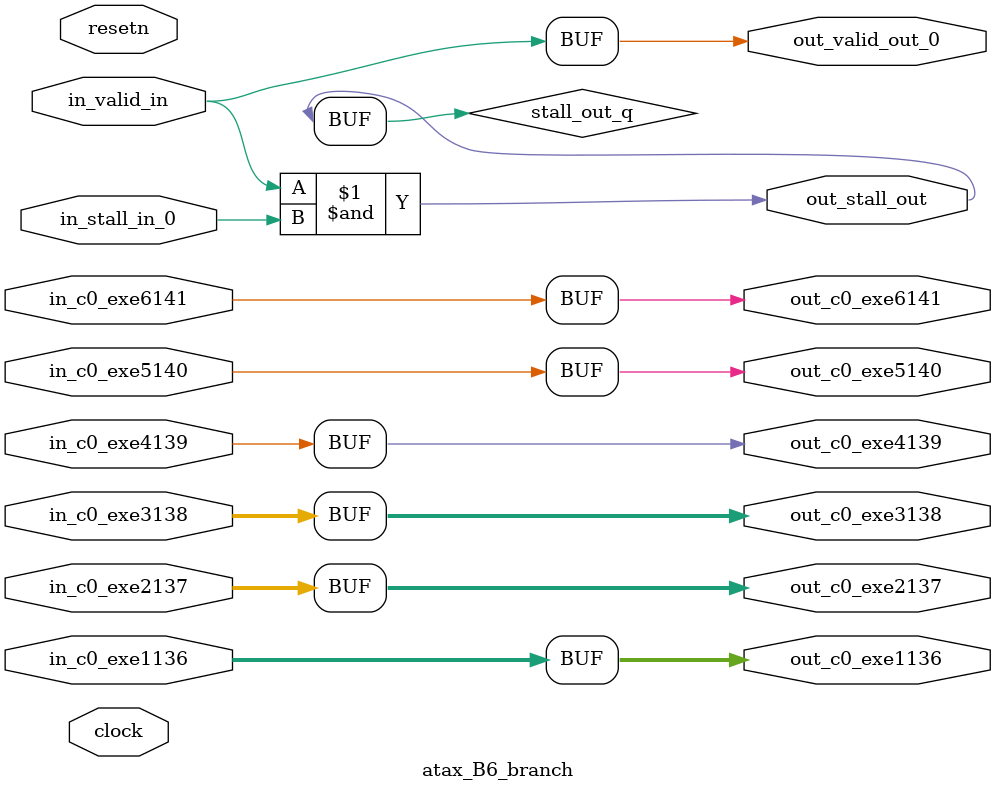
<source format=sv>



(* altera_attribute = "-name AUTO_SHIFT_REGISTER_RECOGNITION OFF; -name MESSAGE_DISABLE 10036; -name MESSAGE_DISABLE 10037; -name MESSAGE_DISABLE 14130; -name MESSAGE_DISABLE 14320; -name MESSAGE_DISABLE 15400; -name MESSAGE_DISABLE 14130; -name MESSAGE_DISABLE 10036; -name MESSAGE_DISABLE 12020; -name MESSAGE_DISABLE 12030; -name MESSAGE_DISABLE 12010; -name MESSAGE_DISABLE 12110; -name MESSAGE_DISABLE 14320; -name MESSAGE_DISABLE 13410; -name MESSAGE_DISABLE 113007; -name MESSAGE_DISABLE 10958" *)
module atax_B6_branch (
    input wire [63:0] in_c0_exe1136,
    input wire [63:0] in_c0_exe2137,
    input wire [31:0] in_c0_exe3138,
    input wire [0:0] in_c0_exe4139,
    input wire [0:0] in_c0_exe5140,
    input wire [0:0] in_c0_exe6141,
    input wire [0:0] in_stall_in_0,
    input wire [0:0] in_valid_in,
    output wire [63:0] out_c0_exe1136,
    output wire [63:0] out_c0_exe2137,
    output wire [31:0] out_c0_exe3138,
    output wire [0:0] out_c0_exe4139,
    output wire [0:0] out_c0_exe5140,
    output wire [0:0] out_c0_exe6141,
    output wire [0:0] out_stall_out,
    output wire [0:0] out_valid_out_0,
    input wire clock,
    input wire resetn
    );

    wire [0:0] stall_out_q;


    // out_c0_exe1136(GPOUT,10)
    assign out_c0_exe1136 = in_c0_exe1136;

    // out_c0_exe2137(GPOUT,11)
    assign out_c0_exe2137 = in_c0_exe2137;

    // out_c0_exe3138(GPOUT,12)
    assign out_c0_exe3138 = in_c0_exe3138;

    // out_c0_exe4139(GPOUT,13)
    assign out_c0_exe4139 = in_c0_exe4139;

    // out_c0_exe5140(GPOUT,14)
    assign out_c0_exe5140 = in_c0_exe5140;

    // out_c0_exe6141(GPOUT,15)
    assign out_c0_exe6141 = in_c0_exe6141;

    // stall_out(LOGICAL,18)
    assign stall_out_q = in_valid_in & in_stall_in_0;

    // out_stall_out(GPOUT,16)
    assign out_stall_out = stall_out_q;

    // out_valid_out_0(GPOUT,17)
    assign out_valid_out_0 = in_valid_in;

endmodule

</source>
